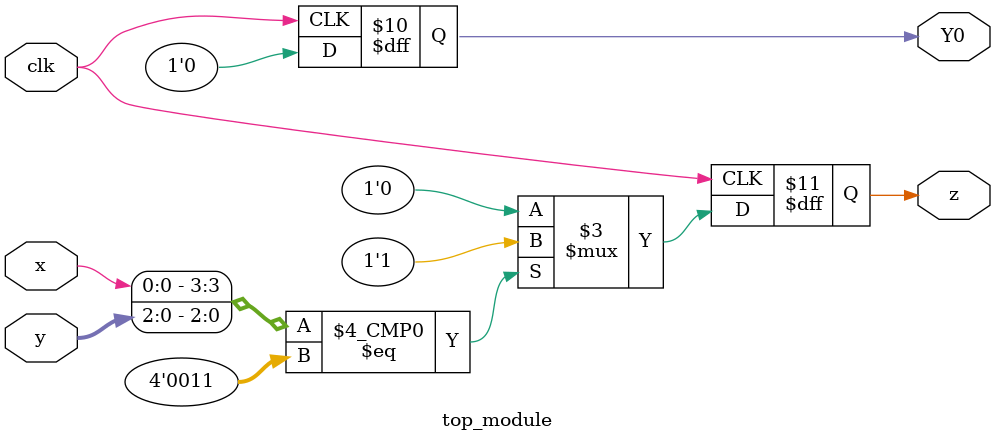
<source format=sv>
module top_module (
	input clk,
	input x,
	input [2:0] y,
	output reg Y0,
	output reg z
);
	
	always @(posedge clk) begin
		case({x, y})
			2'b00 : begin
				Y0 <= 1'b0;
				z <= 1'b0;
			end
			2'b01 : begin
				Y0 <= 1'b0;
				z <= 1'b0;
			end
			2'b10 : begin
				Y0 <= 1'b0;
				z <= 1'b0;
			end
			2'b11 : begin
				Y0 <= 1'b0;
				z <= 1'b1;
			end
			default : begin
				Y0 <= 1'b0;
				z <= 1'b0;
			end
		endcase
	end
	
endmodule

</source>
